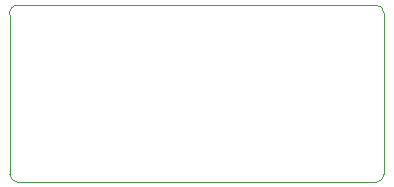
<source format=gm1>
G04 #@! TF.GenerationSoftware,KiCad,Pcbnew,9.0.1*
G04 #@! TF.CreationDate,2025-08-21T17:20:26+05:00*
G04 #@! TF.ProjectId,usb_to_uart,7573625f-746f-45f7-9561-72742e6b6963,rev?*
G04 #@! TF.SameCoordinates,Original*
G04 #@! TF.FileFunction,Profile,NP*
%FSLAX46Y46*%
G04 Gerber Fmt 4.6, Leading zero omitted, Abs format (unit mm)*
G04 Created by KiCad (PCBNEW 9.0.1) date 2025-08-21 17:20:26*
%MOMM*%
%LPD*%
G01*
G04 APERTURE LIST*
G04 #@! TA.AperFunction,Profile*
%ADD10C,0.050000*%
G04 #@! TD*
G04 APERTURE END LIST*
D10*
X113700000Y-111700000D02*
G75*
G02*
X113000000Y-111000000I0J700000D01*
G01*
X113000000Y-97500000D02*
G75*
G02*
X113700000Y-96692893I700000J100000D01*
G01*
X144700000Y-97400000D02*
X144700000Y-111000000D01*
X144000000Y-96700000D02*
G75*
G02*
X144700000Y-97400000I0J-700000D01*
G01*
X113700000Y-111700000D02*
X144000000Y-111700000D01*
X144000000Y-96700000D02*
X113700000Y-96692893D01*
X144700000Y-111000000D02*
G75*
G02*
X144000000Y-111700000I-700000J0D01*
G01*
X113000001Y-97500000D02*
X113000000Y-111000000D01*
M02*

</source>
